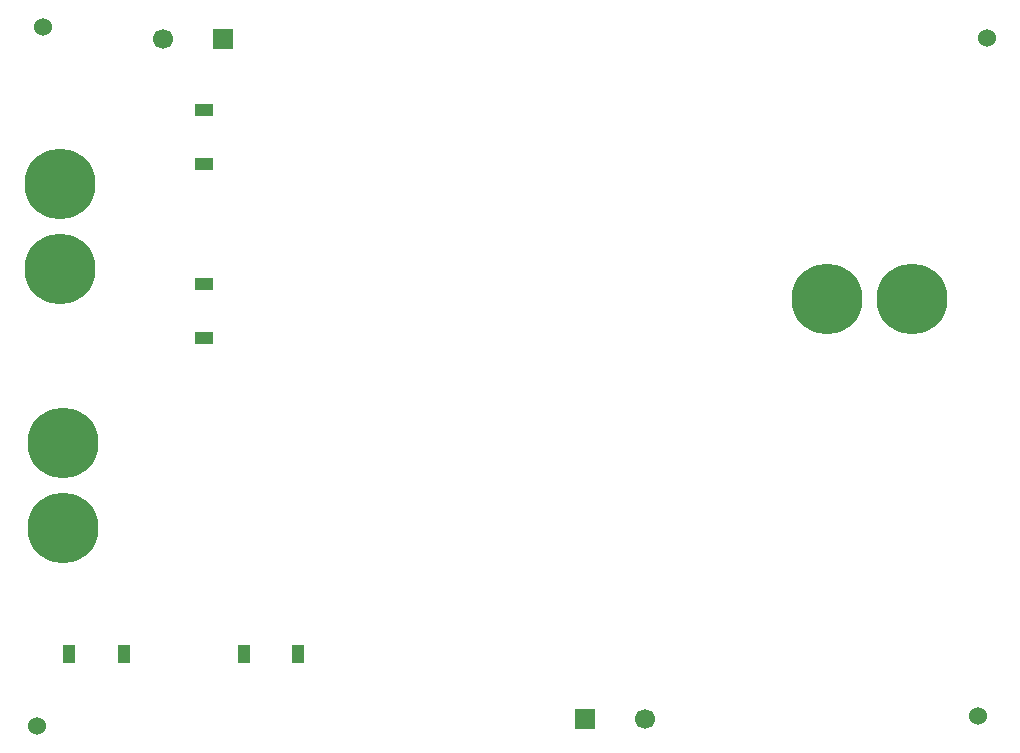
<source format=gbr>
%TF.GenerationSoftware,Altium Limited,Altium Designer,19.1.8 (144)*%
G04 Layer_Color=255*
%FSLAX26Y26*%
%MOIN*%
%TF.FileFunction,Pads,Bot*%
%TF.Part,Single*%
G01*
G75*
%TA.AperFunction,ComponentPad*%
%ADD29R,0.059055X0.039370*%
%ADD30R,0.039370X0.059055*%
%ADD31C,0.236220*%
%TA.AperFunction,ViaPad*%
%ADD32C,0.060000*%
%TA.AperFunction,ComponentPad*%
%ADD33R,0.066929X0.066929*%
%ADD34C,0.066929*%
D29*
X695000Y1997638D02*
D03*
X695197Y2178740D02*
D03*
X695000Y1600000D02*
D03*
X695197Y1416929D02*
D03*
D30*
X827638Y365000D02*
D03*
X1008740Y364803D02*
D03*
X430000Y365000D02*
D03*
X246929Y364803D02*
D03*
D31*
X225000Y1068465D02*
D03*
Y785000D02*
D03*
X215000Y1933465D02*
D03*
Y1650000D02*
D03*
X3055630Y1550000D02*
D03*
X2772165D02*
D03*
D32*
X3305000Y2420000D02*
D03*
X3275000Y160000D02*
D03*
X140000Y125000D02*
D03*
X160000Y2455000D02*
D03*
D33*
X1965000Y150000D02*
D03*
X760000Y2415000D02*
D03*
D34*
X2165000Y150000D02*
D03*
X560000Y2415000D02*
D03*
%TF.MD5,3d89dd4e35f80aa818b87ef72e376b12*%
M02*

</source>
